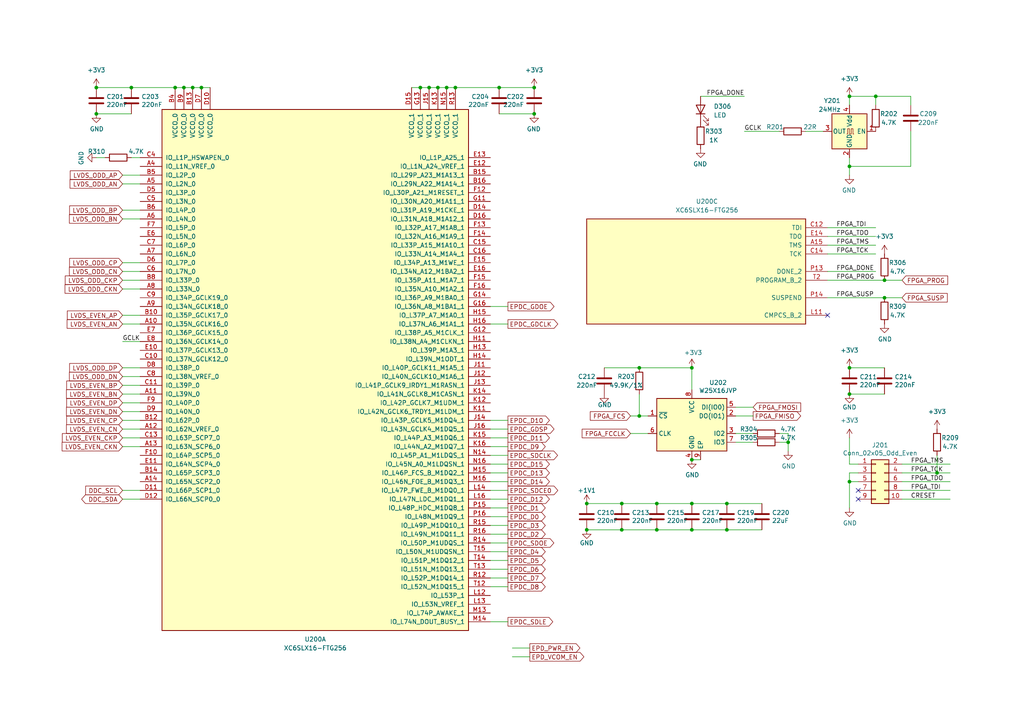
<source format=kicad_sch>
(kicad_sch (version 20211123) (generator eeschema)
  (paper "A4")
  (title_block (title "Caster EPDC") (date "2021-11-08") (rev "R0.1") (company "Copyright 2021 Modos / Engineer: Wenting Zhang"))
  (junction (at 190.5 146.05) (diameter 0.9144))
  (junction (at 154.94 33.02))
  (junction (at 210.82 146.05))
  (junction (at 27.94 25.4))
  (junction (at 50.8 25.4))
  (junction (at 170.18 153.67) (diameter 0.9144))
  (junction (at 144.78 25.4) (diameter 0.9144))
  (junction (at 154.94 25.4))
  (junction (at 38.1 25.4) (diameter 0.9144))
  (junction (at 124.46 25.4))
  (junction (at 127 25.4))
  (junction (at 58.42 25.4))
  (junction (at 246.38 106.68))
  (junction (at 185.42 120.65) (diameter 0.9144))
  (junction (at 254 27.94))
  (junction (at 180.34 146.05) (diameter 0.9144))
  (junction (at 210.82 153.67))
  (junction (at 246.38 114.3))
  (junction (at 180.34 153.67) (diameter 0.9144))
  (junction (at 185.42 106.68) (diameter 0.9144))
  (junction (at 170.18 146.05))
  (junction (at 53.34 25.4))
  (junction (at 129.54 25.4))
  (junction (at 121.92 25.4))
  (junction (at 190.5 153.67) (diameter 0.9144))
  (junction (at 228.6 128.27))
  (junction (at 200.66 133.35) (diameter 0.9144))
  (junction (at 55.88 25.4))
  (junction (at 200.66 146.05) (diameter 0.9144))
  (junction (at 200.66 106.68) (diameter 0.9144))
  (junction (at 27.94 33.02))
  (junction (at 256.54 81.28))
  (junction (at 256.54 86.36))
  (junction (at 246.38 139.7) (diameter 0.9144))
  (junction (at 246.38 48.26))
  (junction (at 200.66 153.67) (diameter 0.9144))
  (junction (at 246.38 27.94))
  (junction (at 132.08 25.4))
  (junction (at 271.78 137.16) (diameter 0.9144))
  (no_connect (at 248.92 142.24))
  (no_connect (at 248.92 144.78))
  (no_connect (at 240.03 91.44))
  (wire (pts (xy 55.88 25.4) (xy 58.42 25.4)))
  (wire (pts (xy 58.42 25.4) (xy 60.96 25.4)))
  (wire (pts (xy 200.66 153.67) (xy 190.5 153.67)))
  (wire (pts (xy 240.03 66.04) (xy 254 66.04)))
  (wire (pts (xy 226.06 128.27) (xy 228.6 128.27)))
  (wire (pts (xy 35.56 124.46) (xy 40.64 124.46)))
  (wire (pts (xy 254 27.94) (xy 254 30.48)))
  (wire (pts (xy 185.42 106.68) (xy 200.66 106.68)))
  (wire (pts (xy 182.88 125.73) (xy 187.96 125.73)))
  (wire (pts (xy 35.56 93.98) (xy 40.64 93.98)))
  (wire (pts (xy 154.94 25.4) (xy 144.78 25.4)))
  (wire (pts (xy 142.24 144.78) (xy 147.32 144.78)))
  (wire (pts (xy 35.56 127) (xy 40.64 127)))
  (wire (pts (xy 248.92 137.16) (xy 246.38 137.16)))
  (wire (pts (xy 256.54 81.28) (xy 261.62 81.28)))
  (wire (pts (xy 233.68 38.1) (xy 238.76 38.1)))
  (wire (pts (xy 254 68.58) (xy 240.03 68.58)))
  (wire (pts (xy 142.24 121.92) (xy 147.32 121.92)))
  (wire (pts (xy 142.24 154.94) (xy 147.32 154.94)))
  (wire (pts (xy 35.56 144.78) (xy 40.64 144.78)))
  (wire (pts (xy 213.36 120.65) (xy 218.44 120.65)))
  (wire (pts (xy 256.54 86.36) (xy 261.62 86.36)))
  (wire (pts (xy 35.56 111.76) (xy 40.64 111.76)))
  (wire (pts (xy 275.59 134.62) (xy 261.62 134.62)))
  (wire (pts (xy 142.24 167.64) (xy 147.32 167.64)))
  (wire (pts (xy 246.38 106.68) (xy 256.54 106.68)))
  (wire (pts (xy 190.5 146.05) (xy 180.34 146.05)))
  (wire (pts (xy 142.24 170.18) (xy 147.32 170.18)))
  (wire (pts (xy 35.56 60.96) (xy 40.64 60.96)))
  (wire (pts (xy 175.26 106.68) (xy 185.42 106.68)))
  (wire (pts (xy 35.56 78.74) (xy 40.64 78.74)))
  (wire (pts (xy 38.1 45.72) (xy 40.64 45.72)))
  (wire (pts (xy 142.24 180.34) (xy 147.32 180.34)))
  (wire (pts (xy 142.24 152.4) (xy 147.32 152.4)))
  (wire (pts (xy 240.03 78.74) (xy 254 78.74)))
  (wire (pts (xy 35.56 129.54) (xy 40.64 129.54)))
  (wire (pts (xy 35.56 76.2) (xy 40.64 76.2)))
  (wire (pts (xy 246.38 48.26) (xy 246.38 50.8)))
  (wire (pts (xy 246.38 45.72) (xy 246.38 48.26)))
  (wire (pts (xy 27.94 45.72) (xy 30.48 45.72)))
  (wire (pts (xy 254 71.12) (xy 240.03 71.12)))
  (wire (pts (xy 271.78 137.16) (xy 261.62 137.16)))
  (wire (pts (xy 170.18 146.05) (xy 180.34 146.05)))
  (wire (pts (xy 142.24 165.1) (xy 147.32 165.1)))
  (wire (pts (xy 119.38 25.4) (xy 121.92 25.4)))
  (wire (pts (xy 121.92 25.4) (xy 124.46 25.4)))
  (wire (pts (xy 124.46 25.4) (xy 127 25.4)))
  (wire (pts (xy 246.38 137.16) (xy 246.38 139.7)))
  (wire (pts (xy 35.56 99.06) (xy 40.64 99.06)))
  (wire (pts (xy 148.59 190.5) (xy 153.67 190.5)))
  (wire (pts (xy 203.2 27.94) (xy 215.9 27.94)))
  (wire (pts (xy 248.92 139.7) (xy 246.38 139.7)))
  (wire (pts (xy 35.56 81.28) (xy 40.64 81.28)))
  (wire (pts (xy 142.24 162.56) (xy 147.32 162.56)))
  (wire (pts (xy 35.56 91.44) (xy 40.64 91.44)))
  (wire (pts (xy 182.88 120.65) (xy 185.42 120.65)))
  (wire (pts (xy 142.24 147.32) (xy 147.32 147.32)))
  (wire (pts (xy 35.56 121.92) (xy 40.64 121.92)))
  (wire (pts (xy 185.42 114.3) (xy 185.42 120.65)))
  (wire (pts (xy 254 73.66) (xy 240.03 73.66)))
  (wire (pts (xy 35.56 142.24) (xy 40.64 142.24)))
  (wire (pts (xy 35.56 116.84) (xy 40.64 116.84)))
  (wire (pts (xy 264.16 27.94) (xy 254 27.94)))
  (wire (pts (xy 264.16 27.94) (xy 264.16 30.48)))
  (wire (pts (xy 246.38 139.7) (xy 246.38 147.32)))
  (wire (pts (xy 35.56 53.34) (xy 40.64 53.34)))
  (wire (pts (xy 271.78 132.08) (xy 271.78 137.16)))
  (wire (pts (xy 142.24 137.16) (xy 147.32 137.16)))
  (wire (pts (xy 35.56 63.5) (xy 40.64 63.5)))
  (wire (pts (xy 142.24 124.46) (xy 147.32 124.46)))
  (wire (pts (xy 240.03 86.36) (xy 256.54 86.36)))
  (wire (pts (xy 142.24 149.86) (xy 147.32 149.86)))
  (wire (pts (xy 246.38 134.62) (xy 248.92 134.62)))
  (wire (pts (xy 261.62 144.78) (xy 275.59 144.78)))
  (wire (pts (xy 256.54 114.3) (xy 246.38 114.3)))
  (wire (pts (xy 215.9 38.1) (xy 226.06 38.1)))
  (wire (pts (xy 142.24 139.7) (xy 147.32 139.7)))
  (wire (pts (xy 213.36 125.73) (xy 218.44 125.73)))
  (wire (pts (xy 38.1 33.02) (xy 27.94 33.02)))
  (wire (pts (xy 35.56 106.68) (xy 40.64 106.68)))
  (wire (pts (xy 240.03 81.28) (xy 256.54 81.28)))
  (wire (pts (xy 200.66 113.03) (xy 200.66 106.68)))
  (wire (pts (xy 142.24 88.9) (xy 147.32 88.9)))
  (wire (pts (xy 180.34 153.67) (xy 170.18 153.67)))
  (wire (pts (xy 200.66 146.05) (xy 210.82 146.05)))
  (wire (pts (xy 210.82 146.05) (xy 220.98 146.05)))
  (wire (pts (xy 142.24 134.62) (xy 147.32 134.62)))
  (wire (pts (xy 264.16 38.1) (xy 264.16 48.26)))
  (wire (pts (xy 264.16 48.26) (xy 246.38 48.26)))
  (wire (pts (xy 246.38 127) (xy 246.38 134.62)))
  (wire (pts (xy 142.24 127) (xy 147.32 127)))
  (wire (pts (xy 38.1 25.4) (xy 50.8 25.4)))
  (wire (pts (xy 50.8 25.4) (xy 53.34 25.4)))
  (wire (pts (xy 53.34 25.4) (xy 55.88 25.4)))
  (wire (pts (xy 275.59 137.16) (xy 271.78 137.16)))
  (wire (pts (xy 213.36 118.11) (xy 218.44 118.11)))
  (wire (pts (xy 142.24 132.08) (xy 147.32 132.08)))
  (wire (pts (xy 35.56 114.3) (xy 40.64 114.3)))
  (wire (pts (xy 35.56 119.38) (xy 40.64 119.38)))
  (wire (pts (xy 129.54 25.4) (xy 127 25.4)))
  (wire (pts (xy 132.08 25.4) (xy 129.54 25.4)))
  (wire (pts (xy 144.78 25.4) (xy 132.08 25.4)))
  (wire (pts (xy 142.24 160.02) (xy 147.32 160.02)))
  (wire (pts (xy 228.6 128.27) (xy 228.6 130.81)))
  (wire (pts (xy 226.06 125.73) (xy 228.6 125.73)))
  (wire (pts (xy 228.6 125.73) (xy 228.6 128.27)))
  (wire (pts (xy 203.2 133.35) (xy 200.66 133.35)))
  (wire (pts (xy 190.5 153.67) (xy 180.34 153.67)))
  (wire (pts (xy 275.59 142.24) (xy 261.62 142.24)))
  (wire (pts (xy 144.78 33.02) (xy 154.94 33.02)))
  (wire (pts (xy 142.24 93.98) (xy 147.32 93.98)))
  (wire (pts (xy 200.66 153.67) (xy 210.82 153.67)))
  (wire (pts (xy 210.82 153.67) (xy 220.98 153.67)))
  (wire (pts (xy 246.38 27.94) (xy 246.38 30.48)))
  (wire (pts (xy 213.36 128.27) (xy 218.44 128.27)))
  (wire (pts (xy 200.66 146.05) (xy 190.5 146.05)))
  (wire (pts (xy 142.24 129.54) (xy 147.32 129.54)))
  (wire (pts (xy 246.38 27.94) (xy 254 27.94)))
  (wire (pts (xy 142.24 157.48) (xy 147.32 157.48)))
  (wire (pts (xy 27.94 25.4) (xy 38.1 25.4)))
  (wire (pts (xy 275.59 139.7) (xy 261.62 139.7)))
  (wire (pts (xy 35.56 50.8) (xy 40.64 50.8)))
  (wire (pts (xy 142.24 142.24) (xy 147.32 142.24)))
  (wire (pts (xy 35.56 83.82) (xy 40.64 83.82)))
  (wire (pts (xy 185.42 120.65) (xy 187.96 120.65)))
  (wire (pts (xy 148.59 187.96) (xy 153.67 187.96)))
  (wire (pts (xy 35.56 109.22) (xy 40.64 109.22)))
  (label "FPGA_TMS" (at 242.57 71.12 0))
  (label "GCLK" (at 215.9 38.1 0))
  (label "GCLK" (at 35.56 99.06 0))
  (label "FPGA_PROG" (at 242.57 81.28 0))
  (label "FPGA_DONE" (at 242.57 78.74 0))
  (label "FPGA_TMS" (at 264.16 134.62 0))
  (label "FPGA_TCK" (at 242.57 73.66 0))
  (label "FPGA_SUSP" (at 242.57 86.36 0))
  (label "CRESET" (at 264.16 144.78 0))
  (label "FPGA_TCK" (at 264.16 137.16 0))
  (label "FPGA_TDO" (at 242.57 68.58 0))
  (label "FPGA_TDI" (at 242.57 66.04 0))
  (label "FPGA_TDI" (at 264.16 142.24 0))
  (label "FPGA_TDO" (at 264.16 139.7 0))
  (label "FPGA_DONE" (at 215.9 27.94 180))
  (global_label "LVDS_ODD_BP" (shape input) (at 35.56 60.96 180) (property "Intersheet References" "${INTERSHEET_REFS}" (effects hide)))
  (global_label "FPGA_FCS" (shape input) (at 182.88 120.65 180) (property "Intersheet References" "${INTERSHEET_REFS}" (effects hide)))
  (global_label "EPDC_D6" (shape output) (at 147.32 165.1 0) (property "Intersheet References" "${INTERSHEET_REFS}" (effects hide)))
  (global_label "EPDC_SDCLK" (shape output) (at 147.32 132.08 0) (property "Intersheet References" "${INTERSHEET_REFS}" (effects hide)))
  (global_label "EPDC_D9" (shape output) (at 147.32 129.54 0) (property "Intersheet References" "${INTERSHEET_REFS}" (effects hide)))
  (global_label "LVDS_EVEN_CKP" (shape input) (at 35.56 127 180) (property "Intersheet References" "${INTERSHEET_REFS}" (effects hide)))
  (global_label "LVDS_EVEN_BN" (shape input) (at 35.56 114.3 180) (property "Intersheet References" "${INTERSHEET_REFS}" (effects hide)))
  (global_label "LVDS_EVEN_CN" (shape input) (at 35.56 124.46 180) (property "Intersheet References" "${INTERSHEET_REFS}" (effects hide)))
  (global_label "EPDC_D13" (shape output) (at 147.32 137.16 0) (property "Intersheet References" "${INTERSHEET_REFS}" (effects hide)))
  (global_label "EPD_VCOM_EN" (shape output) (at 153.67 190.5 0) (property "Intersheet References" "${INTERSHEET_REFS}" (effects hide)))
  (global_label "DDC_SCL" (shape input) (at 35.56 142.24 180) (property "Intersheet References" "${INTERSHEET_REFS}" (effects hide)))
  (global_label "EPDC_D11" (shape output) (at 147.32 127 0) (property "Intersheet References" "${INTERSHEET_REFS}" (effects hide)))
  (global_label "LVDS_EVEN_AN" (shape input) (at 35.56 93.98 180) (property "Intersheet References" "${INTERSHEET_REFS}" (effects hide)))
  (global_label "EPDC_GDOE" (shape output) (at 147.32 88.9 0) (property "Intersheet References" "${INTERSHEET_REFS}" (effects hide)))
  (global_label "EPDC_D3" (shape output) (at 147.32 152.4 0) (property "Intersheet References" "${INTERSHEET_REFS}" (effects hide)))
  (global_label "EPDC_D0" (shape output) (at 147.32 149.86 0) (property "Intersheet References" "${INTERSHEET_REFS}" (effects hide)))
  (global_label "FPGA_FMOSI" (shape input) (at 218.44 118.11 0) (property "Intersheet References" "${INTERSHEET_REFS}" (effects hide)))
  (global_label "EPDC_GDSP" (shape output) (at 147.32 124.46 0) (property "Intersheet References" "${INTERSHEET_REFS}" (effects hide)))
  (global_label "EPDC_D15" (shape output) (at 147.32 134.62 0) (property "Intersheet References" "${INTERSHEET_REFS}" (effects hide)))
  (global_label "EPDC_D4" (shape output) (at 147.32 160.02 0) (property "Intersheet References" "${INTERSHEET_REFS}" (effects hide)))
  (global_label "LVDS_EVEN_DN" (shape input) (at 35.56 119.38 180) (property "Intersheet References" "${INTERSHEET_REFS}" (effects hide)))
  (global_label "LVDS_ODD_CP" (shape input) (at 35.56 76.2 180) (property "Intersheet References" "${INTERSHEET_REFS}" (effects hide)))
  (global_label "EPDC_SDOE" (shape output) (at 147.32 157.48 0) (property "Intersheet References" "${INTERSHEET_REFS}" (effects hide)))
  (global_label "LVDS_ODD_AP" (shape input) (at 35.56 50.8 180) (property "Intersheet References" "${INTERSHEET_REFS}" (effects hide)))
  (global_label "LVDS_ODD_CKP" (shape input) (at 35.56 81.28 180) (property "Intersheet References" "${INTERSHEET_REFS}" (effects hide)))
  (global_label "LVDS_ODD_DP" (shape input) (at 35.56 106.68 180) (property "Intersheet References" "${INTERSHEET_REFS}" (effects hide)))
  (global_label "EPDC_SDCE0" (shape output) (at 147.32 142.24 0) (property "Intersheet References" "${INTERSHEET_REFS}" (effects hide)))
  (global_label "EPDC_D10" (shape output) (at 147.32 121.92 0) (property "Intersheet References" "${INTERSHEET_REFS}" (effects hide)))
  (global_label "LVDS_ODD_BN" (shape input) (at 35.56 63.5 180) (property "Intersheet References" "${INTERSHEET_REFS}" (effects hide)))
  (global_label "LVDS_ODD_CN" (shape input) (at 35.56 78.74 180) (property "Intersheet References" "${INTERSHEET_REFS}" (effects hide)))
  (global_label "FPGA_PROG" (shape input) (at 261.62 81.28 0) (property "Intersheet References" "${INTERSHEET_REFS}" (effects hide)))
  (global_label "LVDS_EVEN_BP" (shape input) (at 35.56 111.76 180) (property "Intersheet References" "${INTERSHEET_REFS}" (effects hide)))
  (global_label "FPGA_SUSP" (shape input) (at 261.62 86.36 0) (property "Intersheet References" "${INTERSHEET_REFS}" (effects hide)))
  (global_label "EPD_PWR_EN" (shape output) (at 153.67 187.96 0) (property "Intersheet References" "${INTERSHEET_REFS}" (effects hide)))
  (global_label "LVDS_EVEN_CP" (shape input) (at 35.56 121.92 180) (property "Intersheet References" "${INTERSHEET_REFS}" (effects hide)))
  (global_label "EPDC_D8" (shape output) (at 147.32 170.18 0) (property "Intersheet References" "${INTERSHEET_REFS}" (effects hide)))
  (global_label "LVDS_ODD_CKN" (shape input) (at 35.56 83.82 180) (property "Intersheet References" "${INTERSHEET_REFS}" (effects hide)))
  (global_label "LVDS_EVEN_AP" (shape input) (at 35.56 91.44 180) (property "Intersheet References" "${INTERSHEET_REFS}" (effects hide)))
  (global_label "FPGA_FCCLK" (shape input) (at 182.88 125.73 180) (property "Intersheet References" "${INTERSHEET_REFS}" (effects hide)))
  (global_label "EPDC_D7" (shape output) (at 147.32 167.64 0) (property "Intersheet References" "${INTERSHEET_REFS}" (effects hide)))
  (global_label "LVDS_ODD_DN" (shape input) (at 35.56 109.22 180) (property "Intersheet References" "${INTERSHEET_REFS}" (effects hide)))
  (global_label "EPDC_D14" (shape output) (at 147.32 139.7 0) (property "Intersheet References" "${INTERSHEET_REFS}" (effects hide)))
  (global_label "EPDC_D2" (shape output) (at 147.32 154.94 0) (property "Intersheet References" "${INTERSHEET_REFS}" (effects hide)))
  (global_label "EPDC_SDLE" (shape output) (at 147.32 180.34 0) (property "Intersheet References" "${INTERSHEET_REFS}" (effects hide)))
  (global_label "FPGA_FMISO" (shape output) (at 218.44 120.65 0) (property "Intersheet References" "${INTERSHEET_REFS}" (effects hide)))
  (global_label "LVDS_ODD_AN" (shape input) (at 35.56 53.34 180) (property "Intersheet References" "${INTERSHEET_REFS}" (effects hide)))
  (global_label "DDC_SDA" (shape bidirectional) (at 35.56 144.78 180) (property "Intersheet References" "${INTERSHEET_REFS}" (effects hide)))
  (global_label "EPDC_D5" (shape output) (at 147.32 162.56 0) (property "Intersheet References" "${INTERSHEET_REFS}" (effects hide)))
  (global_label "EPDC_GDCLK" (shape output) (at 147.32 93.98 0) (property "Intersheet References" "${INTERSHEET_REFS}" (effects hide)))
  (global_label "EPDC_D12" (shape output) (at 147.32 144.78 0) (property "Intersheet References" "${INTERSHEET_REFS}" (effects hide)))
  (global_label "EPDC_D1" (shape output) (at 147.32 147.32 0) (property "Intersheet References" "${INTERSHEET_REFS}" (effects hide)))
  (global_label "LVDS_EVEN_CKN" (shape input) (at 35.56 129.54 180) (property "Intersheet References" "${INTERSHEET_REFS}" (effects hide)))
  (global_label "LVDS_EVEN_DP" (shape input) (at 35.56 116.84 180) (property "Intersheet References" "${INTERSHEET_REFS}" (effects hide)))
  (symbol (lib_id "power:GND") (at 246.38 147.32 0) (unit 1)
    (property "Reference" "#PWR0219" (effects hide))
    (property "Value" "GND" (at 246.507 151.7142 0))
  )
  (symbol (lib_id "power:+3V3") (at 256.54 73.66 0) (unit 1)
    (property "Reference" "#PWR0312" (effects hide))
    (property "Value" "+3V3" (at 256.54 68.58 0))
  )
  (symbol (lib_id "Device:C") (at 264.16 34.29 0) (mirror x) (unit 1)
    (property "Reference" "C209" (at 269.24 33.02 0))
    (property "Value" "220nF" (at 269.24 35.56 0))
    (property "Footprint" "Capacitor_SMD:C_0402_1005Metric" (effects hide))
    (property "LCSC" "C880414" (effects hide))
    (property "Ref.Price" "0.0036" (effects hide))
  )
  (symbol (lib_id "power:GND") (at 246.38 114.3 0) (unit 1)
    (property "Reference" "#PWR0212" (effects hide))
    (property "Value" "GND" (at 246.38 118.11 0))
  )
  (symbol (lib_id "Device:R") (at 256.54 77.47 0) (mirror y) (unit 1)
    (property "Reference" "R306" (at 260.35 76.2 0))
    (property "Value" "4.7K" (at 260.35 78.74 0))
    (property "Footprint" "Resistor_SMD:R_0402_1005Metric" (effects hide))
    (property "LCSC" "C105870" (effects hide))
    (property "Ref.Price" "0.0006" (effects hide))
  )
  (symbol (lib_id "Device:C") (at 220.98 149.86 0) (unit 1)
    (property "Reference" "C220" (at 223.901 148.6916 0) (effects (justify left)))
    (property "Value" "22uF" (at 223.901 151.003 0) (effects (justify left)))
    (property "Footprint" "Capacitor_SMD:C_0603_1608Metric" (effects hide))
    (property "LCSC" "C94018" (effects hide))
    (property "Ref.Price" "0.0301" (effects hide))
  )
  (symbol (lib_id "Device:C") (at 38.1 29.21 0) (unit 1)
    (property "Reference" "C203" (at 41.021 28.0416 0) (effects (justify left)))
    (property "Value" "220nF" (at 41.021 30.353 0) (effects (justify left)))
    (property "Footprint" "Capacitor_SMD:C_0402_1005Metric" (effects hide))
    (property "LCSC" "C880414" (effects hide))
    (property "Ref.Price" "0.0036" (effects hide))
  )
  (symbol (lib_id "Device:R") (at 203.2 39.37 0) (mirror y) (unit 1)
    (property "Reference" "R303" (at 207.01 38.1 0))
    (property "Value" "1K" (at 207.01 40.64 0))
    (property "Footprint" "Resistor_SMD:R_0402_1005Metric" (effects hide))
    (property "LCSC" "C105637" (effects hide))
    (property "Ref.Price" "0.0006" (effects hide))
  )
  (symbol (lib_id "Device:R") (at 34.29 45.72 90) (unit 1)
    (property "Reference" "R310" (at 30.5816 43.942 90) (effects (justify left)))
    (property "Value" "4.7K" (at 41.783 43.942 90) (effects (justify left)))
    (property "Footprint" "Resistor_SMD:R_0402_1005Metric" (effects hide))
    (property "LCSC" "C105870" (effects hide))
    (property "Ref.Price" "0.0006" (effects hide))
  )
  (symbol (lib_id "Device:R") (at 222.25 128.27 90) (mirror x) (unit 1)
    (property "Reference" "R305" (at 217.17 127 90))
    (property "Value" "4.7K" (at 228.6 127 90))
    (property "Footprint" "Resistor_SMD:R_0402_1005Metric" (effects hide))
    (property "LCSC" "C105870" (effects hide))
    (property "Ref.Price" "0.0006" (effects hide))
  )
  (symbol (lib_id "power:+3V3") (at 271.78 124.46 0) (unit 1)
    (property "Reference" "#PWR0223" (effects hide))
    (property "Value" "+3V3" (at 271.78 119.38 0))
  )
  (symbol (lib_id "Device:C") (at 256.54 110.49 0) (unit 1)
    (property "Reference" "C214" (at 259.461 109.3216 0) (effects (justify left)))
    (property "Value" "220nF" (at 259.461 111.633 0) (effects (justify left)))
    (property "Footprint" "Capacitor_SMD:C_0402_1005Metric" (effects hide))
    (property "LCSC" "C880414" (effects hide))
    (property "Ref.Price" "0.0036" (effects hide))
  )
  (symbol (lib_id "power:GND") (at 170.18 153.67 0) (unit 1)
    (property "Reference" "#PWR0210" (effects hide))
    (property "Value" "GND" (at 170.18 157.48 0))
  )
  (symbol (lib_id "Device:R") (at 256.54 90.17 0) (mirror y) (unit 1)
    (property "Reference" "R309" (at 260.35 88.9 0))
    (property "Value" "4.7K" (at 260.35 91.44 0))
    (property "Footprint" "Resistor_SMD:R_0402_1005Metric" (effects hide))
    (property "LCSC" "C105870" (effects hide))
    (property "Ref.Price" "0.0006" (effects hide))
  )
  (symbol (lib_id "Device:C") (at 154.94 29.21 0) (mirror y) (unit 1)
    (property "Reference" "C202" (at 152.019 28.0416 0) (effects (justify left)))
    (property "Value" "220nF" (at 152.019 30.353 0) (effects (justify left)))
    (property "Footprint" "Capacitor_SMD:C_0402_1005Metric" (effects hide))
    (property "LCSC" "C880414" (effects hide))
    (property "Ref.Price" "0.0036" (effects hide))
  )
  (symbol (lib_id "Device:C") (at 27.94 29.21 0) (unit 1)
    (property "Reference" "C201" (at 30.861 28.0416 0) (effects (justify left)))
    (property "Value" "220nF" (at 30.861 30.353 0) (effects (justify left)))
    (property "Footprint" "Capacitor_SMD:C_0402_1005Metric" (effects hide))
    (property "LCSC" "C880414" (effects hide))
    (property "Ref.Price" "0.0036" (effects hide))
  )
  (symbol (lib_id "power:GND") (at 203.2 43.18 0) (mirror y) (unit 1)
    (property "Reference" "#PWR0301" (effects hide))
    (property "Value" "GND" (at 203.073 47.5742 0))
  )
  (symbol (lib_id "Device:C") (at 190.5 149.86 0) (unit 1)
    (property "Reference" "C215" (at 193.421 148.6916 0) (effects (justify left)))
    (property "Value" "220nF" (at 193.421 151.003 0) (effects (justify left)))
    (property "Footprint" "Capacitor_SMD:C_0402_1005Metric" (effects hide))
    (property "LCSC" "C880414" (effects hide))
    (property "Ref.Price" "0.0036" (effects hide))
  )
  (symbol (lib_id "power:+1V1") (at 170.18 146.05 0) (unit 1)
    (property "Reference" "#PWR0209" (effects hide))
    (property "Value" "+1V1" (at 170.18 142.24 0))
  )
  (symbol (lib_id "Device:C") (at 170.18 149.86 0) (unit 1)
    (property "Reference" "C210" (at 173.101 148.6916 0) (effects (justify left)))
    (property "Value" "220nF" (at 173.101 151.003 0) (effects (justify left)))
    (property "Footprint" "Capacitor_SMD:C_0402_1005Metric" (effects hide))
    (property "LCSC" "C880414" (effects hide))
    (property "Ref.Price" "0.0036" (effects hide))
  )
  (symbol (lib_id "power:GND") (at 154.94 33.02 0) (mirror y) (unit 1)
    (property "Reference" "#PWR0204" (effects hide))
    (property "Value" "GND" (at 154.813 37.4142 0))
  )
  (symbol (lib_id "Device:R") (at 185.42 110.49 0) (unit 1)
    (property "Reference" "R203" (at 181.61 109.22 0))
    (property "Value" "49.9K/1%" (at 181.61 111.76 0))
    (property "Footprint" "Resistor_SMD:R_0402_1005Metric" (effects hide))
    (property "LCSC" "C137969" (effects hide))
    (property "Ref.Price" "0.001" (effects hide))
  )
  (symbol (lib_id "power:GND") (at 246.38 50.8 0) (mirror y) (unit 1)
    (property "Reference" "#PWR0206" (effects hide))
    (property "Value" "GND" (at 246.253 55.1942 0))
  )
  (symbol (lib_id "Device:C") (at 200.66 149.86 0) (unit 1)
    (property "Reference" "C217" (at 203.581 148.6916 0) (effects (justify left)))
    (property "Value" "220nF" (at 203.581 151.003 0) (effects (justify left)))
    (property "Footprint" "Capacitor_SMD:C_0402_1005Metric" (effects hide))
    (property "LCSC" "C880414" (effects hide))
    (property "Ref.Price" "0.0036" (effects hide))
  )
  (symbol (lib_id "power:GND") (at 228.6 130.81 0) (unit 1)
    (property "Reference" "#PWR0306" (effects hide))
    (property "Value" "GND" (at 228.727 135.2042 0))
  )
  (symbol (lib_id "FPGA_Xilinx_Spartan6:XC6SLX16-FTG256") (at 91.44 104.14 0) (unit 1)
    (property "Reference" "U200" (at 91.44 185.42 0))
    (property "Value" "XC6SLX16-FTG256" (at 91.44 187.96 0))
    (property "Footprint" "Package_BGA:Xilinx_FTG256" (effects hide))
    (property "LCSC" "C39313" (effects hide))
    (property "Ref.Price" "7.4837" (effects hide))
  )
  (symbol (lib_id "power:+3V3") (at 246.38 127 0) (unit 1)
    (property "Reference" "#PWR0218" (effects hide))
    (property "Value" "+3V3" (at 246.38 121.92 0))
  )
  (symbol (lib_id "power:GND") (at 27.94 33.02 0) (unit 1)
    (property "Reference" "#PWR0202" (effects hide))
    (property "Value" "GND" (at 28.067 37.4142 0))
  )
  (symbol (lib_id "FPGA_Xilinx_Spartan6:XC6SLX16-FTG256") (at 201.93 78.74 0) (unit 3)
    (property "Reference" "U200" (at 205.0415 58.42 0))
    (property "Value" "XC6SLX16-FTG256" (at 205.0415 60.96 0))
    (property "Footprint" "Package_BGA:Xilinx_FTG256" (effects hide))
    (property "LCSC" "C39313" (effects hide))
    (property "Ref.Price" "7.4837" (effects hide))
  )
  (symbol (lib_id "Device:C") (at 246.38 110.49 0) (unit 1)
    (property "Reference" "C211" (at 249.301 109.3216 0) (effects (justify left)))
    (property "Value" "220nF" (at 249.301 111.633 0) (effects (justify left)))
    (property "Footprint" "Capacitor_SMD:C_0402_1005Metric" (effects hide))
    (property "LCSC" "C880414" (effects hide))
    (property "Ref.Price" "0.0036" (effects hide))
  )
  (symbol (lib_id "Device:R") (at 222.25 125.73 90) (mirror x) (unit 1)
    (property "Reference" "R304" (at 217.17 124.46 90))
    (property "Value" "4.7K" (at 228.6 124.46 90))
    (property "Footprint" "Resistor_SMD:R_0402_1005Metric" (effects hide))
    (property "LCSC" "C105870" (effects hide))
    (property "Ref.Price" "0.0006" (effects hide))
  )
  (symbol (lib_id "Device:R") (at 271.78 128.27 0) (mirror y) (unit 1)
    (property "Reference" "R209" (at 275.59 127 0))
    (property "Value" "4.7K" (at 275.59 129.54 0))
    (property "Footprint" "Resistor_SMD:R_0402_1005Metric" (effects hide))
    (property "LCSC" "C105870" (effects hide))
    (property "Ref.Price" "0.0006" (effects hide))
  )
  (symbol (lib_id "power:+3V3") (at 27.94 25.4 0) (mirror y) (unit 1)
    (property "Reference" "#PWR0601" (effects hide))
    (property "Value" "+3V3" (at 27.94 20.32 0))
  )
  (symbol (lib_id "Device:C") (at 210.82 149.86 0) (unit 1)
    (property "Reference" "C219" (at 213.741 148.6916 0) (effects (justify left)))
    (property "Value" "220nF" (at 213.741 151.003 0) (effects (justify left)))
    (property "Footprint" "Capacitor_SMD:C_0402_1005Metric" (effects hide))
    (property "LCSC" "C880414" (effects hide))
    (property "Ref.Price" "0.0036" (effects hide))
  )
  (symbol (lib_id "power:GND") (at 27.94 45.72 270) (unit 1)
    (property "Reference" "#PWR0105" (effects hide))
    (property "Value" "GND" (at 23.5458 45.847 0))
  )
  (symbol (lib_id "power:+3V3") (at 246.38 106.68 0) (unit 1)
    (property "Reference" "#PWR0128" (effects hide))
    (property "Value" "+3V3" (at 246.38 101.6 0))
  )
  (symbol (lib_id "power:GND") (at 256.54 93.98 0) (unit 1)
    (property "Reference" "#PWR0317" (effects hide))
    (property "Value" "GND" (at 256.667 98.3742 0))
  )
  (symbol (lib_id "Connector_Generic:Conn_02x05_Odd_Even") (at 254 139.7 0) (unit 1)
    (property "Reference" "J201" (at 255.27 129.108 0))
    (property "Value" "Conn_02x05_Odd_Even" (at 255.27 131.4196 0))
    (property "Footprint" "Connector_PinHeader_1.27mm:PinHeader_2x05_P1.27mm_Vertical_SMD" (effects hide))
    (property "LCSC" "-" (effects hide))
    (property "Ref.Price" "0" (effects hide))
  )
  (symbol (lib_id "power:+3V3") (at 200.66 106.68 0) (unit 1)
    (property "Reference" "#PWR0214" (effects hide))
    (property "Value" "+3V3" (at 201.041 102.2858 0))
  )
  (symbol (lib_id "Device:C") (at 144.78 29.21 0) (mirror y) (unit 1)
    (property "Reference" "C204" (at 141.859 28.0416 0) (effects (justify left)))
    (property "Value" "220nF" (at 141.859 30.353 0) (effects (justify left)))
    (property "Footprint" "Capacitor_SMD:C_0402_1005Metric" (effects hide))
    (property "LCSC" "C880414" (effects hide))
    (property "Ref.Price" "0.0036" (effects hide))
  )
  (symbol (lib_id "Device:C") (at 175.26 110.49 180) (unit 1)
    (property "Reference" "C212" (at 170.18 109.22 0))
    (property "Value" "220nF" (at 170.18 111.76 0))
    (property "Footprint" "Capacitor_SMD:C_0402_1005Metric" (effects hide))
    (property "LCSC" "C880414" (effects hide))
    (property "Ref.Price" "0.0036" (effects hide))
  )
  (symbol (lib_id "power:GND") (at 175.26 114.3 0) (unit 1)
    (property "Reference" "#PWR0213" (effects hide))
    (property "Value" "GND" (at 175.387 117.4242 0))
  )
  (symbol (lib_id "Device:R") (at 254 34.29 0) (mirror y) (unit 1)
    (property "Reference" "R202" (at 257.81 33.02 0))
    (property "Value" "4.7K" (at 257.81 35.56 0))
    (property "Footprint" "Resistor_SMD:R_0402_1005Metric" (effects hide))
    (property "LCSC" "C105870" (effects hide))
    (property "Ref.Price" "0.0006" (effects hide))
  )
  (symbol (lib_id "Device:LED") (at 203.2 31.75 90) (unit 1)
    (property "Reference" "D306" (at 207.01 30.8609 90) (effects (justify right)))
    (property "Value" "LED" (at 207.01 33.4009 90) (effects (justify right)))
    (property "Footprint" "LED_SMD:LED_0603_1608Metric" (effects hide))
    (property "LCSC" "C90692" (effects hide))
    (property "Ref.Price" "0.0176" (effects hide))
  )
  (symbol (lib_id "Oscillator:ASE-xxxMHz") (at 246.38 38.1 0) (mirror y) (unit 1)
    (property "Reference" "Y201" (at 243.84 29.21 0) (effects (justify left)))
    (property "Value" "24MHz" (at 243.84 31.75 0) (effects (justify left)))
    (property "Footprint" "Oscillator:Oscillator_SMD_Abracon_ASE-4Pin_3.2x2.5mm" (effects hide))
    (property "Datasheet" "http://www.abracon.com/Oscillators/ASV.pdf" (effects hide))
    (property "LCSC" "C252339" (effects hide))
    (property "Ref.Price" "0.5014" (effects hide))
  )
  (symbol (lib_id "Device:C") (at 180.34 149.86 0) (unit 1)
    (property "Reference" "C213" (at 183.261 148.6916 0) (effects (justify left)))
    (property "Value" "220nF" (at 183.261 151.003 0) (effects (justify left)))
    (property "Footprint" "Capacitor_SMD:C_0402_1005Metric" (effects hide))
    (property "LCSC" "C880414" (effects hide))
    (property "Ref.Price" "0.0036" (effects hide))
  )
  (symbol (lib_id "power:GND") (at 200.66 133.35 0) (unit 1)
    (property "Reference" "#PWR0215" (effects hide))
    (property "Value" "GND" (at 200.787 137.7442 0))
  )
  (symbol (lib_id "power:+3V3") (at 154.94 25.4 0) (mirror y) (unit 1)
    (property "Reference" "#PWR0203" (effects hide))
    (property "Value" "+3V3" (at 154.94 20.32 0))
  )
  (symbol (lib_id "power:+3V3") (at 246.38 27.94 0) (unit 1)
    (property "Reference" "#PWR0137" (effects hide))
    (property "Value" "+3V3" (at 246.38 22.86 0))
  )
  (symbol (lib_id "Memory_Flash:W25Q32JVZP") (at 200.66 123.19 0) (unit 1)
    (property "Reference" "U202" (at 208.28 110.973 0))
    (property "Value" "W25X16JVP" (at 208.28 113.284 0))
    (property "Footprint" "Package_SON:WSON-8-1EP_6x5mm_P1.27mm_EP3.4x4.3mm" (effects hide))
    (property "Datasheet" "http://www.winbond.com/resource-files/w25q32jv%20revg%2003272018%20plus.pdf" (effects hide))
    (property "LCSC" "C571260" (effects hide))
    (property "Ref.Price" "0.9559" (effects hide))
  )
  (symbol (lib_id "Device:R") (at 229.87 38.1 90) (unit 1)
    (property "Reference" "R201" (at 224.79 36.83 90))
    (property "Value" "22R" (at 234.95 36.83 90))
    (property "Footprint" "Resistor_SMD:R_0402_1005Metric" (effects hide))
    (property "LCSC" "C93929" (effects hide))
    (property "Ref.Price" "0.002" (effects hide))
  )
)
</source>
